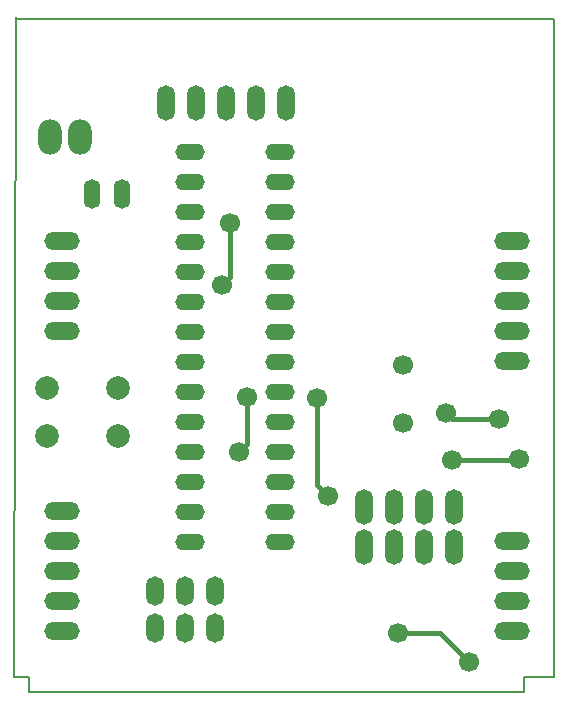
<source format=gbr>
G04 #@! TF.FileFunction,Copper,L1,Top,Signal*
%FSLAX46Y46*%
G04 Gerber Fmt 4.6, Leading zero omitted, Abs format (unit mm)*
G04 Created by KiCad (PCBNEW no-bzr-product) date 06/18/16 10:32:15*
%MOMM*%
%LPD*%
G01*
G04 APERTURE LIST*
%ADD10C,0.100000*%
%ADD11C,0.150000*%
%ADD12O,1.500000X3.000000*%
%ADD13O,1.500000X2.500000*%
%ADD14O,3.000000X1.500000*%
%ADD15O,1.400000X2.500000*%
%ADD16C,2.000000*%
%ADD17C,1.700000*%
%ADD18O,2.000000X3.000000*%
%ADD19O,2.500000X1.400000*%
%ADD20C,0.400000*%
G04 APERTURE END LIST*
D10*
D11*
X117856000Y-92837000D02*
X117856000Y-37084000D01*
X115316000Y-92837000D02*
X115316000Y-94107000D01*
X117856000Y-92837000D02*
X115316000Y-92837000D01*
X73406000Y-92837000D02*
X73406000Y-94107000D01*
X72136000Y-92837000D02*
X73406000Y-92837000D01*
X72263000Y-36957000D02*
X72136000Y-92837000D01*
X117856000Y-37084000D02*
X72263000Y-37084000D01*
X73406000Y-94107000D02*
X115316000Y-94107000D01*
D12*
X101727000Y-81807000D03*
X104267000Y-81807000D03*
X101727000Y-78467000D03*
X104267000Y-78467000D03*
X106807000Y-81807000D03*
X106807000Y-78467000D03*
X109347000Y-81807000D03*
X109347000Y-78467000D03*
D13*
X89154000Y-85552000D03*
X89154000Y-88692000D03*
X86614000Y-85552000D03*
X86614000Y-88692000D03*
X84074000Y-85552000D03*
X84074000Y-88692000D03*
D12*
X95123000Y-44196000D03*
X92583000Y-44196000D03*
X90043000Y-44196000D03*
X87503000Y-44196000D03*
X84963000Y-44196000D03*
D14*
X76200000Y-55880000D03*
X76200000Y-58420000D03*
X76200000Y-60960000D03*
X76200000Y-63500000D03*
X76200000Y-78740000D03*
X76200000Y-81280000D03*
X76200000Y-83820000D03*
X76200000Y-86360000D03*
X76200000Y-88900000D03*
X114300000Y-88900000D03*
X114300000Y-86360000D03*
X114300000Y-83820000D03*
X114300000Y-81280000D03*
X114300000Y-66040000D03*
X114300000Y-63500000D03*
X114300000Y-60960000D03*
X114300000Y-58420000D03*
X114300000Y-55880000D03*
D15*
X78740000Y-51943000D03*
X81280000Y-51943000D03*
D16*
X74930000Y-68390000D03*
X80930000Y-68390000D03*
X74930000Y-72390000D03*
X80930000Y-72390000D03*
D17*
X105029000Y-66393060D03*
X105029000Y-71274940D03*
D18*
X75184000Y-47117000D03*
X77724000Y-47117000D03*
D19*
X87022449Y-48392239D03*
X87022449Y-50932239D03*
X87022449Y-53472239D03*
X87022449Y-56012239D03*
X87022449Y-58552239D03*
X87022449Y-61092239D03*
X87022449Y-63632239D03*
X87022449Y-66172239D03*
X87022449Y-68712239D03*
X87022449Y-71252239D03*
X87022449Y-73792239D03*
X87022449Y-76332239D03*
X87022449Y-78872239D03*
X87022449Y-81412239D03*
X94642449Y-81412239D03*
X94642449Y-78872239D03*
X94642449Y-76332239D03*
X94642449Y-73792239D03*
X94642449Y-71252239D03*
X94642449Y-68712239D03*
X94642449Y-66172239D03*
X94642449Y-63632239D03*
X94642449Y-61092239D03*
X94642449Y-58552239D03*
X94642449Y-56012239D03*
X94642449Y-53472239D03*
X94642449Y-50932239D03*
X94642449Y-48392239D03*
D17*
X110641730Y-91565845D03*
X104602700Y-89109730D03*
X108685658Y-70440633D03*
X113131509Y-70965144D03*
X114857267Y-74356388D03*
X109144998Y-74413510D03*
X89751716Y-59651576D03*
X91166027Y-73740735D03*
X98672681Y-77525635D03*
X91796293Y-69140944D03*
X97717380Y-69188167D03*
X90424000Y-54356000D03*
D20*
X109791731Y-90715846D02*
X110641730Y-91565845D01*
X108185615Y-89109730D02*
X109791731Y-90715846D01*
X104602700Y-89109730D02*
X108185615Y-89109730D01*
X109210169Y-70965144D02*
X108685658Y-70440633D01*
X113131509Y-70965144D02*
X109210169Y-70965144D01*
X114800145Y-74413510D02*
X114857267Y-74356388D01*
X109144998Y-74413510D02*
X114800145Y-74413510D01*
X90424000Y-54356000D02*
X90424000Y-58979292D01*
X90424000Y-58979292D02*
X89751716Y-59651576D01*
X91796293Y-73110469D02*
X91166027Y-73740735D01*
X91796293Y-69140944D02*
X91796293Y-73110469D01*
X97717380Y-76570334D02*
X97822682Y-76675636D01*
X97717380Y-69188167D02*
X97717380Y-76570334D01*
X97822682Y-76675636D02*
X98672681Y-77525635D01*
M02*

</source>
